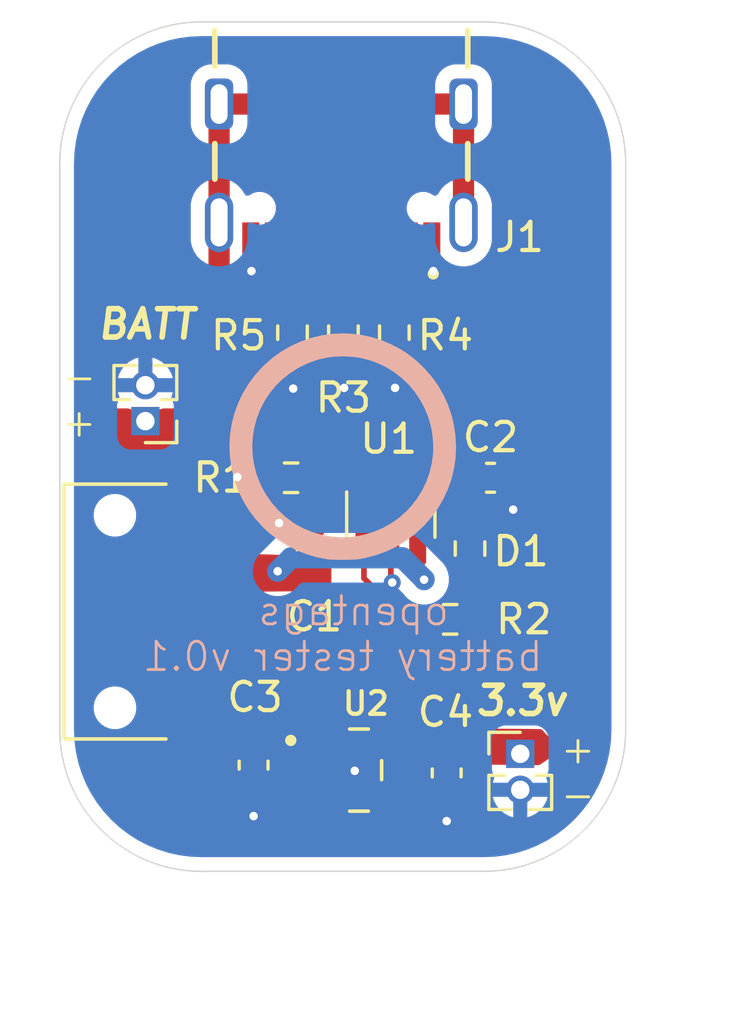
<source format=kicad_pcb>
(kicad_pcb (version 20240108) (generator "pcbnew") (generator_version "8.0")
  (layers (0 "F.Cu" signal) (31 "B.Cu" signal) (34 "B.Paste" user) (35 "F.Paste" user) (36 "B.SilkS" user "B.Silkscreen") (37 "F.SilkS" user "F.Silkscreen") (38 "B.Mask" user) (39 "F.Mask" user) (44 "Edge.Cuts" user))
  (net 0 "")
  (net 1 "GND")
  (net 2 "+5V")
  (net 3 "+BATT")
  (net 4 "+3.3V")
  (net 5 "Net-(D1-K)")
  (net 6 "Net-(J1-SHELL_GND-PadSH1)")
  (net 10 "Net-(J1-CC2)")
  (net 13 "Net-(J1-CC1)")
  (net 15 "Net-(U1-PROG)")
  (net 16 "/STAT")
  (net 17 "/BATT_CONN")
  (footprint "opentags_library:SW_JS102011SAQN" (layer "F.Cu") (at 141.95 110.825 -90)
    (property "Reference" "SW1" (hide yes))
    (property "Value" "SW_SPST")
    (fp_line (start -4.5 1.8) (end 4.5 1.8) (stroke (width 0.127)) (layer "F.SilkS"))
    (fp_line (start -4.5 -1.8) (end -4.5 1.8) (stroke (width 0.127)) (layer "F.SilkS"))
    (fp_line (start 4.5 -1.8) (end 4.5 1.8) (stroke (width 0.127)) (layer "F.SilkS"))
    (pad "" np_thru_hole circle (at -3.4 0 270) (size 1 1) (drill 1) (layers "*.Cu" "*.Mask"))
    (pad "" np_thru_hole circle (at 3.4 0 270) (size 1 1) (drill 1) (layers "*.Cu" "*.Mask"))
    (pad "1" smd rect (at -2.5 -2.75 270) (size 1.2 2.5) (layers "F.Cu" "F.Paste" "F.Mask") (net 17 "/BATT_CONN"))
    (pad "2" smd rect (at 0 -2.75 270) (size 1.2 2.5) (layers "F.Cu" "F.Paste" "F.Mask") (net 3 "+BATT"))
    (pad "3" smd rect (at 2.5 -2.75 270) (size 1.2 2.5) (layers "F.Cu" "F.Paste" "F.Mask"))
  )
  (footprint "Resistor_SMD:R_0603_1608Metric" (layer "F.Cu") (at 154.5 108.6 90)
    (property "Reference" "D1" (at -0.1 1.8 0) (layer "F.SilkS"))
    (property "Value" "LED")
    (fp_line (start -0.237258 -0.5225) (end 0.237258 -0.5225) (stroke (width 0.12)) (layer "F.SilkS"))
    (fp_line (start -0.237258 0.5225) (end 0.237258 0.5225) (stroke (width 0.12)) (layer "F.SilkS"))
    (pad "1" smd roundrect (at -0.825 0 90) (size 0.8 0.95) (layers "F.Cu" "F.Paste" "F.Mask") (net 5 "Net-(D1-K)"))
    (pad "2" smd roundrect (at 0.825 0 90) (size 0.8 0.95) (layers "F.Cu" "F.Paste" "F.Mask") (net 2 "+5V"))
  )
  (footprint "Resistor_SMD:R_0603_1608Metric" (layer "F.Cu") (at 148.225 100.975 -90)
    (property "Reference" "R5" (at 0.1 1.9 180) (layer "F.SilkS"))
    (property "Value" "100k")
    (fp_line (start -0.237258 0.5225) (end 0.237258 0.5225) (stroke (width 0.12)) (layer "F.SilkS"))
    (fp_line (start -0.237258 -0.5225) (end 0.237258 -0.5225) (stroke (width 0.12)) (layer "F.SilkS"))
    (pad "1" smd roundrect (at -0.825 0 270) (size 0.8 0.95) (layers "F.Cu" "F.Paste" "F.Mask") (net 6 "Net-(J1-SHELL_GND-PadSH1)"))
    (pad "2" smd roundrect (at 0.825 0 270) (size 0.8 0.95) (layers "F.Cu" "F.Paste" "F.Mask") (net 1 "GND"))
  )
  (footprint "opentags_library:SOT95P280X145-5N" (layer "F.Cu") (at 150.575 116.425)
    (property "Reference" "U2" (at 0.245 -2.35 0) (layer "F.SilkS") (effects (font (size 0.8 0.8))))
    (property "Value" "LP5907MFX-3.3_NOPB")
    (fp_line (start -0.33 -1.45) (end 0.33 -1.45) (stroke (width 0.127)) (layer "F.SilkS"))
    (fp_line (start 0.33 1.45) (end -0.33 1.45) (stroke (width 0.127)) (layer "F.SilkS"))
    (fp_line (start 0.8 -0.335) (end 0.8 0.335) (stroke (width 0.127)) (layer "F.SilkS"))
    (fp_circle (center -2.41 -1.05) (end -2.31 -1.05) (stroke (width 0.2)) (fill none) (layer "F.SilkS"))
    (pad "1" smd roundrect (at -1.255 -0.95) (size 1.21 0.59) (layers "F.Cu" "F.Paste" "F.Mask") (roundrect_rratio 0.15) (net 3 "+BATT"))
    (pad "2" smd roundrect (at -1.255 0) (size 1.21 0.59) (layers "F.Cu" "F.Paste" "F.Mask") (roundrect_rratio 0.15) (net 1 "GND"))
    (pad "3" smd roundrect (at -1.255 0.95) (size 1.21 0.59) (layers "F.Cu" "F.Paste" "F.Mask") (roundrect_rratio 0.15) (net 3 "+BATT"))
    (pad "4" smd roundrect (at 1.255 0.95) (size 1.21 0.59) (layers "F.Cu" "F.Paste" "F.Mask") (roundrect_rratio 0.15))
    (pad "5" smd roundrect (at 1.255 -0.95) (size 1.21 0.59) (layers "F.Cu" "F.Paste" "F.Mask") (roundrect_rratio 0.15) (net 4 "+3.3V"))
  )
  (footprint "Resistor_SMD:R_0603_1608Metric" (layer "F.Cu") (at 150.025 100.975 -90)
    (property "Reference" "R3" (at 2.3 0 180) (layer "F.SilkS"))
    (property "Value" "5k1")
    (fp_line (start -0.237258 0.5225) (end 0.237258 0.5225) (stroke (width 0.12)) (layer "F.SilkS"))
    (fp_line (start -0.237258 -0.5225) (end 0.237258 -0.5225) (stroke (width 0.12)) (layer "F.SilkS"))
    (pad "1" smd roundrect (at -0.825 0 270) (size 0.8 0.95) (layers "F.Cu" "F.Paste" "F.Mask") (net 10 "Net-(J1-CC2)"))
    (pad "2" smd roundrect (at 0.825 0 270) (size 0.8 0.95) (layers "F.Cu" "F.Paste" "F.Mask") (net 1 "GND"))
  )
  (footprint "Capacitor_SMD:C_0603_1608Metric" (layer "F.Cu") (at 148.9 108.5 90)
    (property "Reference" "C1" (at -2.5 0.1 0) (layer "F.SilkS"))
    (property "Value" "4.7u")
    (fp_line (start -0.14058 -0.51) (end 0.14058 -0.51) (stroke (width 0.12)) (layer "F.SilkS"))
    (fp_line (start -0.14058 0.51) (end 0.14058 0.51) (stroke (width 0.12)) (layer "F.SilkS"))
    (pad "1" smd roundrect (at -0.775 0 90) (size 0.9 0.95) (layers "F.Cu" "F.Paste" "F.Mask") (net 17 "/BATT_CONN"))
    (pad "2" smd roundrect (at 0.775 0 90) (size 0.9 0.95) (layers "F.Cu" "F.Paste" "F.Mask") (net 1 "GND"))
  )
  (footprint "Connector_PinHeader_1.27mm:PinHeader_1x02_P1.27mm_Vertical" (layer "F.Cu") (at 156.275 115.85)
    (property "Reference" "3.3v" (at 0.05 -1.875 0) (layer "F.SilkS") (effects (font (thickness 0.2) (bold yes) (italic yes))))
    (property "Value" "Conn_01x02_Socket")
    (fp_line (start -1.11 -0.76) (end 0 -0.76) (stroke (width 0.12)) (layer "F.SilkS"))
    (fp_line (start -1.11 0) (end -1.11 -0.76) (stroke (width 0.12)) (layer "F.SilkS"))
    (fp_line (start -1.11 0.76) (end -1.11 1.965) (stroke (width 0.12)) (layer "F.SilkS"))
    (fp_line (start -1.11 0.76) (end -0.563471 0.76) (stroke (width 0.12)) (layer "F.SilkS"))
    (fp_line (start -1.11 1.965) (end -0.30753 1.965) (stroke (width 0.12)) (layer "F.SilkS"))
    (fp_line (start 0.30753 1.965) (end 1.11 1.965) (stroke (width 0.12)) (layer "F.SilkS"))
    (fp_line (start 0.563471 0.76) (end 1.11 0.76) (stroke (width 0.12)) (layer "F.SilkS"))
    (fp_line (start 1.11 0.76) (end 1.11 1.965) (stroke (width 0.12)) (layer "F.SilkS"))
    (pad "1" thru_hole rect (at 0 0) (size 1 1) (drill 0.65) (layers "*.Cu" "*.Mask") (net 4 "+3.3V"))
    (pad "2" thru_hole oval (at 0 1.27) (size 1 1) (drill 0.65) (layers "*.Cu" "*.Mask") (net 1 "GND"))
  )
  (footprint "Capacitor_SMD:C_0603_1608Metric" (layer "F.Cu") (at 155.225 106.1)
    (property "Reference" "C2" (at 0 -1.43 0) (layer "F.SilkS"))
    (property "Value" "4.7u")
    (fp_line (start -0.14058 -0.51) (end 0.14058 -0.51) (stroke (width 0.12)) (layer "F.SilkS"))
    (fp_line (start -0.14058 0.51) (end 0.14058 0.51) (stroke (width 0.12)) (layer "F.SilkS"))
    (pad "1" smd roundrect (at -0.775 0) (size 0.9 0.95) (layers "F.Cu" "F.Paste" "F.Mask") (net 2 "+5V"))
    (pad "2" smd roundrect (at 0.775 0) (size 0.9 0.95) (layers "F.Cu" "F.Paste" "F.Mask") (net 1 "GND"))
  )
  (footprint "opentags_library:GCT_USB4105-GF-A" (layer "F.Cu") (at 149.95 92.9 180)
    (property "Reference" "J1" (at -6.3 -4.7 180) (layer "F.SilkS"))
    (property "Value" "USB4105-GF-A")
    (fp_line (start 4.47 2.6) (end 4.47 1.32) (stroke (width 0.2)) (layer "F.SilkS"))
    (fp_line (start 4.47 -2.65) (end 4.47 -1.4) (stroke (width 0.2)) (layer "F.SilkS"))
    (fp_line (start -4.47 1.32) (end -4.47 2.6) (stroke (width 0.2)) (layer "F.SilkS"))
    (fp_line (start -4.47 -2.65) (end -4.47 -1.4) (stroke (width 0.2)) (layer "F.SilkS"))
    (fp_circle (center -3.25 -6) (end -3.15 -6) (stroke (width 0.2)) (fill none) (layer "F.SilkS"))
    (pad "" np_thru_hole circle (at -2.89 -3.68 180) (size 0.65 0.65) (drill 0.65) (layers "*.Cu" "*.Mask"))
    (pad "" np_thru_hole circle (at 2.89 -3.68 180) (size 0.65 0.65) (drill 0.65) (layers "*.Cu" "*.Mask"))
    (pad "A1_B12" smd rect (at -3.2 -4.755 180) (size 0.6 1.15) (layers "F.Cu" "F.Paste" "F.Mask") (net 1 "GND"))
    (pad "A4_B9" smd rect (at -2.4 -4.755 180) (size 0.6 1.15) (layers "F.Cu" "F.Paste" "F.Mask") (net 2 "+5V"))
    (pad "A5" smd rect (at -1.25 -4.755 180) (size 0.3 1.15) (layers "F.Cu" "F.Paste" "F.Mask") (net 13 "Net-(J1-CC1)"))
    (pad "A6" smd rect (at -0.25 -4.755 180) (size 0.3 1.15) (layers "F.Cu" "F.Paste" "F.Mask"))
    (pad "A7" smd rect (at 0.25 -4.755 180) (size 0.3 1.15) (layers "F.Cu" "F.Paste" "F.Mask"))
    (pad "A8" smd rect (at 1.25 -4.755 180) (size 0.3 1.15) (layers "F.Cu" "F.Paste" "F.Mask"))
    (pad "B1_A12" smd rect (at 3.2 -4.755 180) (size 0.6 1.15) (layers "F.Cu" "F.Paste" "F.Mask") (net 1 "GND"))
    (pad "B4_A9" smd rect (at 2.4 -4.755 180) (size 0.6 1.15) (layers "F.Cu" "F.Paste" "F.Mask") (net 2 "+5V"))
    (pad "B5" smd rect (at 1.75 -4.755 180) (size 0.3 1.15) (layers "F.Cu" "F.Paste" "F.Mask") (net 10 "Net-(J1-CC2)"))
    (pad "B6" smd rect (at 0.75 -4.755 180) (size 0.3 1.15) (layers "F.Cu" "F.Paste" "F.Mask"))
    (pad "B7" smd rect (at -0.75 -4.755 180) (size 0.3 1.15) (layers "F.Cu" "F.Paste" "F.Mask"))
    (pad "B8" smd rect (at -1.75 -4.755 180) (size 0.3 1.15) (layers "F.Cu" "F.Paste" "F.Mask"))
    (pad "SH1" thru_hole oval (at -4.32 -4.18 180) (size 1 2.1) (drill oval 0.6 1.7) (layers "*.Cu" "*.Mask") (net 6 "Net-(J1-SHELL_GND-PadSH1)"))
    (pad "SH2" thru_hole oval (at 4.32 -4.18 180) (size 1 2.1) (drill oval 0.6 1.7) (layers "*.Cu" "*.Mask") (net 6 "Net-(J1-SHELL_GND-PadSH1)"))
    (pad "SH3" thru_hole roundrect (at -4.32 0 180) (size 1 1.8) (drill oval 0.6 1.4) (layers "*.Cu" "*.Mask") (net 6 "Net-(J1-SHELL_GND-PadSH1)"))
    (pad "SH4" thru_hole roundrect (at 4.32 0 180) (size 1 1.8) (drill oval 0.6 1.4) (layers "*.Cu" "*.Mask") (net 6 "Net-(J1-SHELL_GND-PadSH1)"))
  )
  (footprint "LOGO" (layer "F.Cu") (at 150 105)
    (property "Reference" "G***" (hide yes))
    (property "Value" "LOGO" (hide yes))
    (fp_poly (pts (xy 0.286502 -3.990584) (xy 0.661748 -3.946293) (xy 1.018418 -3.870631) (xy 1.363613 -3.761682) (xy 1.704436 -3.61753) (xy 1.748692 -3.596154) (xy 2.013845 -3.456636) (xy 2.251881 -3.309477) (xy 2.47289 -3.147294) (xy 2.686966 -2.962704) (xy 2.895914 -2.75695) (xy 3.155124 -2.460023) (xy 3.381631 -2.142435) (xy 3.574511 -1.805951) (xy 3.73284 -1.452337) (xy 3.855694 -1.083357) (xy 3.925253 -0.791308) (xy 3.984887 -0.394414) (xy 4.006176 -0.000728) (xy 3.989706 0.387809) (xy 3.936062 0.769255) (xy 3.845828 1.141668) (xy 3.719589 1.503107) (xy 3.557931 1.851629) (xy 3.361438 2.185294) (xy 3.130696 2.502158) (xy 2.866288 2.80028) (xy 2.833211 2.833815) (xy 2.540279 3.100957) (xy 2.227629 3.334573) (xy 1.894814 3.534905) (xy 1.541385 3.702191) (xy 1.166897 3.836671) (xy 0.771769 3.938403) (xy 0.683604 3.95627) (xy 0.605692 3.969849) (xy 0.529965 3.979815) (xy 0.448355 3.986844) (xy 0.352796 3.991611) (xy 0.235218 3.994792) (xy 0.087554 3.997062) (xy 0.068384 3.997294) (xy -0.069027 3.998086) (xy -0.201247 3.997307) (xy -0.320568 3.995119) (xy -0.419284 3.991685) (xy -0.489685 3.987168) (xy -0.508 3.98512) (xy -0.895682 3.912459) (xy -1.272829 3.803532) (xy -1.63653 3.659783) (xy -1.983874 3.482656) (xy -2.311952 3.273594) (xy -2.617853 3.034041) (xy -2.835563 2.830614) (xy -3.103886 2.533064) (xy -3.338229 2.216416) (xy -3.538147 1.881628) (xy -3.703196 1.529657) (xy -3.832933 1.161462) (xy -3.926914 0.778002) (xy -3.984695 0.380233) (xy -3.988269 0.341923) (xy -4.003272 -0.034564) (xy -3.196022 -0.034564) (xy -3.181834 0.302089) (xy -3.131393 0.640181) (xy -3.043601 0.977207) (xy -3.015633 1.061163) (xy -2.8843 1.379747) (xy -2.718469 1.68281) (xy -2.520725 1.967146) (xy -2.293656 2.229546) (xy -2.03985 2.466804) (xy -1.761893 2.675714) (xy -1.660769 2.740687) (xy -1.372996 2.895775) (xy -1.064895 3.020718) (xy -0.742411 3.114277) (xy -0.411491 3.175213) (xy -0.078079 3.202288) (xy 0.25188 3.194262) (xy 0.424404 3.1752) (xy 0.773666 3.106843) (xy 1.10911 3.003703) (xy 1.428187 2.867142) (xy 1.728348 2.698519) (xy 2.007045 2.499194) (xy 2.261729 2.270527) (xy 2.401856 2.119921) (xy 2.624404 1.835437) (xy 2.811076 1.535487) (xy 2.961807 1.22022) (xy 3.07653 0.889788) (xy 3.155181 0.544341) (xy 3.188026 0.300944) (xy 3.198535 0.106099) (xy 3.195135 -0.109944) (xy 3.17878 -0.332241) (xy 3.150423 -0.545851) (xy 3.125761 -0.674077) (xy 3.031128 -1.014183) (xy 2.902321 -1.337969) (xy 2.741173 -1.643218) (xy 2.549519 -1.927712) (xy 2.32919 -2.189237) (xy 2.082021 -2.425574) (xy 1.809846 -2.634508) (xy 1.514497 -2.813821) (xy 1.252549 -2.938789) (xy 0.960775 -3.047028) (xy 0.670917 -3.12316) (xy 0.373163 -3.16913) (xy 0.057702 -3.186884) (xy 0 -3.187236) (xy -0.297069 -3.176164) (xy -0.572518 -3.141887) (xy -0.837773 -3.082058) (xy -1.104259 -2.994334) (xy -1.272614 -2.925986) (xy -1.58492 -2.77057) (xy -1.873022 -2.586148) (xy -2.135826 -2.375226) (xy -2.372234 -2.140309) (xy -2.581153 -1.883905) (xy -2.761486 -1.608518) (xy -2.912138 -1.316655) (xy -3.032013 -1.010822) (xy -3.120015 -0.693525) (xy -3.17505 -0.36727) (xy -3.196022 -0.034564) (xy -4.003272 -0.034564) (xy -4.003888 -0.050016) (xy -3.981334 -0.437198) (xy -3.921425 -0.817466) (xy -3.824978 -1.188666) (xy -3.692811 -1.548643) (xy -3.52574 -1.895242) (xy -3.324585 -2.226307) (xy -3.090161 -2.539683) (xy -2.823287 -2.833215) (xy -2.760665 -2.894566) (xy -2.470136 -3.146689) (xy -2.156825 -3.3686) (xy -1.823924 -3.559152) (xy -1.474624 -3.717196) (xy -1.112117 -3.841585) (xy -0.739596 -3.93117) (xy -0.360252 -3.984804) (xy 0.022722 -4.001338)) (fill solid) (layer "B.SilkS"))
  )
  (footprint "Resistor_SMD:R_0603_1608Metric" (layer "F.Cu") (at 153.8 111.1 180)
    (property "Reference" "R2" (at -2.6 0 180) (layer "F.SilkS"))
    (property "Value" "470")
    (fp_line (start -0.237258 0.5225) (end 0.237258 0.5225) (stroke (width 0.12)) (layer "F.SilkS"))
    (fp_line (start -0.237258 -0.5225) (end 0.237258 -0.5225) (stroke (width 0.12)) (layer "F.SilkS"))
    (pad "1" smd roundrect (at -0.825 0 180) (size 0.8 0.95) (layers "F.Cu" "F.Paste" "F.Mask") (net 5 "Net-(D1-K)"))
    (pad "2" smd roundrect (at 0.825 0 180) (size 0.8 0.95) (layers "F.Cu" "F.Paste" "F.Mask") (net 16 "/STAT"))
  )
  (footprint "Package_TO_SOT_SMD:SOT-23-5" (layer "F.Cu") (at 151.7 107.4 90)
    (property "Reference" "U1" (at 2.675 -0.075 0) (layer "F.SilkS"))
    (property "Value" "MCP73831-5-OT")
    (fp_line (start 0 -1.56) (end 0.8 -1.56) (stroke (width 0.12)) (layer "F.SilkS"))
    (fp_line (start 0 -1.56) (end -0.8 -1.56) (stroke (width 0.12)) (layer "F.SilkS"))
    (fp_line (start 0 1.56) (end 0.8 1.56) (stroke (width 0.12)) (layer "F.SilkS"))
    (fp_line (start 0 1.56) (end -0.8 1.56) (stroke (width 0.12)) (layer "F.SilkS"))
    (fp_poly (pts (xy -1.3 -1.51) (xy -1.54 -1.84) (xy -1.06 -1.84) (xy -1.3 -1.51)) (stroke (width 0.12)) (fill solid) (layer "F.SilkS"))
    (pad "1" smd roundrect (at -1.1375 -0.95 90) (size 1.325 0.6) (layers "F.Cu" "F.Paste" "F.Mask") (net 16 "/STAT"))
    (pad "2" smd roundrect (at -1.1375 0 90) (size 1.325 0.6) (layers "F.Cu" "F.Paste" "F.Mask") (net 1 "GND"))
    (pad "3" smd roundrect (at -1.1375 0.95 90) (size 1.325 0.6) (layers "F.Cu" "F.Paste" "F.Mask") (net 17 "/BATT_CONN"))
    (pad "4" smd roundrect (at 1.1375 0.95 90) (size 1.325 0.6) (layers "F.Cu" "F.Paste" "F.Mask") (net 2 "+5V"))
    (pad "5" smd roundrect (at 1.1375 -0.95 90) (size 1.325 0.6) (layers "F.Cu" "F.Paste" "F.Mask") (net 15 "Net-(U1-PROG)"))
  )
  (footprint "Resistor_SMD:R_0603_1608Metric" (layer "F.Cu") (at 148.175 106.1 180)
    (property "Reference" "R1" (at 2.475 0 180) (layer "F.SilkS"))
    (property "Value" "2k")
    (fp_line (start -0.237258 0.5225) (end 0.237258 0.5225) (stroke (width 0.12)) (layer "F.SilkS"))
    (fp_line (start -0.237258 -0.5225) (end 0.237258 -0.5225) (stroke (width 0.12)) (layer "F.SilkS"))
    (pad "1" smd roundrect (at -0.825 0 180) (size 0.8 0.95) (layers "F.Cu" "F.Paste" "F.Mask") (net 15 "Net-(U1-PROG)"))
    (pad "2" smd roundrect (at 0.825 0 180) (size 0.8 0.95) (layers "F.Cu" "F.Paste" "F.Mask") (net 1 "GND"))
  )
  (footprint "Resistor_SMD:R_0603_1608Metric" (layer "F.Cu") (at 151.825 100.975 -90)
    (property "Reference" "R4" (at 0.1 -1.8 180) (layer "F.SilkS"))
    (property "Value" "5k1")
    (fp_line (start -0.237258 0.5225) (end 0.237258 0.5225) (stroke (width 0.12)) (layer "F.SilkS"))
    (fp_line (start -0.237258 -0.5225) (end 0.237258 -0.5225) (stroke (width 0.12)) (layer "F.SilkS"))
    (pad "1" smd roundrect (at -0.825 0 270) (size 0.8 0.95) (layers "F.Cu" "F.Paste" "F.Mask") (net 13 "Net-(J1-CC1)"))
    (pad "2" smd roundrect (at 0.825 0 270) (size 0.8 0.95) (layers "F.Cu" "F.Paste" "F.Mask") (net 1 "GND"))
  )
  (footprint "Capacitor_SMD:C_0603_1608Metric" (layer "F.Cu") (at 153.675 116.525 -90)
    (property "Reference" "C4" (at -2.15 0.045 180) (layer "F.SilkS"))
    (property "Value" "1u")
    (fp_line (start -0.14058 0.51) (end 0.14058 0.51) (stroke (width 0.12)) (layer "F.SilkS"))
    (fp_line (start -0.14058 -0.51) (end 0.14058 -0.51) (stroke (width 0.12)) (layer "F.SilkS"))
    (pad "1" smd roundrect (at -0.775 0 270) (size 0.9 0.95) (layers "F.Cu" "F.Paste" "F.Mask") (net 4 "+3.3V"))
    (pad "2" smd roundrect (at 0.775 0 270) (size 0.9 0.95) (layers "F.Cu" "F.Paste" "F.Mask") (net 1 "GND"))
  )
  (footprint "Connector_PinHeader_1.27mm:PinHeader_1x02_P1.27mm_Vertical" (layer "F.Cu") (at 143.025 104.1 180)
    (property "Reference" "BATT" (at -0.05 3.425 180) (layer "F.SilkS") (effects (font (thickness 0.2) (bold yes) (italic yes))))
    (property "Value" "Battery_Cell")
    (fp_line (start 1.11 0.76) (end 1.11 1.965) (stroke (width 0.12)) (layer "F.SilkS"))
    (fp_line (start 0.563471 0.76) (end 1.11 0.76) (stroke (width 0.12)) (layer "F.SilkS"))
    (fp_line (start 0.30753 1.965) (end 1.11 1.965) (stroke (width 0.12)) (layer "F.SilkS"))
    (fp_line (start -1.11 1.965) (end -0.30753 1.965) (stroke (width 0.12)) (layer "F.SilkS"))
    (fp_line (start -1.11 0.76) (end -0.563471 0.76) (stroke (width 0.12)) (layer "F.SilkS"))
    (fp_line (start -1.11 0.76) (end -1.11 1.965) (stroke (width 0.12)) (layer "F.SilkS"))
    (fp_line (start -1.11 0) (end -1.11 -0.76) (stroke (width 0.12)) (layer "F.SilkS"))
    (fp_line (start -1.11 -0.76) (end 0 -0.76) (stroke (width 0.12)) (layer "F.SilkS"))
    (pad "1" thru_hole rect (at 0 0 180) (size 1 1) (drill 0.65) (layers "*.Cu" "*.Mask") (net 17 "/BATT_CONN"))
    (pad "2" thru_hole oval (at 0 1.27 180) (size 1 1) (drill 0.65) (layers "*.Cu" "*.Mask") (net 1 "GND"))
  )
  (footprint "Capacitor_SMD:C_0603_1608Metric" (layer "F.Cu") (at 146.85 116.25 -90)
    (property "Reference" "C3" (at -2.4 -0.05 180) (layer "F.SilkS"))
    (property "Value" "1u")
    (fp_line (start -0.14058 0.51) (end 0.14058 0.51) (stroke (width 0.12)) (layer "F.SilkS"))
    (fp_line (start -0.14058 -0.51) (end 0.14058 -0.51) (stroke (width 0.12)) (layer "F.SilkS"))
    (pad "1" smd roundrect (at -0.775 0 270) (size 0.9 0.95) (layers "F.Cu" "F.Paste" "F.Mask") (net 3 "+BATT"))
    (pad "2" smd roundrect (at 0.775 0 270) (size 0.9 0.95) (layers "F.Cu" "F.Paste" "F.Mask") (net 1 "GND"))
  )
  (gr_line (start 155 120) (end 145 120) (stroke (width 0.05)) (layer "Edge.Cuts"))
  (gr_arc (start 155 90) (mid 158.535534 91.464466) (end 160 95) (stroke (width 0.05)) (layer "Edge.Cuts"))
  (gr_line (start 145 90) (end 155 90) (stroke (width 0.05)) (layer "Edge.Cuts"))
  (gr_line (start 140 95) (end 140 115) (stroke (width 0.05)) (layer "Edge.Cuts"))
  (gr_arc (start 145 120) (mid 141.464466 118.535534) (end 140 115) (stroke (width 0.05)) (layer "Edge.Cuts"))
  (gr_arc (start 160 115) (mid 158.535534 118.535534) (end 155 120) (stroke (width 0.05)) (layer "Edge.Cuts"))
  (gr_line (start 160 95) (end 160 115) (stroke (width 0.05)) (layer "Edge.Cuts"))
  (gr_arc (start 140 95) (mid 141.464466 91.464466) (end 145 90) (stroke (width 0.05)) (layer "Edge.Cuts"))
  (gr_text "opentags \nbattery tester v0.1" (at 150 113 0) (layer "B.SilkS") (effects (font (size 1 1) (thickness 0.1)) (justify bottom mirror)))
  (gr_text "-\n+\n" (at 140 104.725 0) (layer "F.SilkS") (effects (font (size 1 1) (thickness 0.1)) (justify left bottom)))
  (gr_text "-\n+\n" (at 159 115.25 180) (layer "F.SilkS") (effects (font (size 1 1) (thickness 0.1)) (justify left bottom)))
  (segment (start 146.85 118.05) (end 146.85 117.025) (width 0.2) (layer "F.Cu") (net 1))
  (segment (start 149.32 116.425) (end 150.4 116.425) (width 0.2) (layer "F.Cu") (net 1))
  (segment (start 150.025 101.8) (end 150.025 102.9) (width 0.2) (layer "F.Cu") (net 1))
  (segment (start 146.3 106.1) (end 146.275 106.075) (width 0.2) (layer "F.Cu") (net 1))
  (segment (start 153.675 117.3) (end 153.675 118.225) (width 0.2) (layer "F.Cu") (net 1))
  (segment (start 150.4 116.425) (end 150.425 116.45) (width 0.2) (layer "F.Cu") (net 1))
  (segment (start 156 106.1) (end 156 107.2) (width 0.2) (layer "F.Cu") (net 1))
  (segment (start 148.9 107.725) (end 147.775 107.725) (width 0.2) (layer "F.Cu") (net 1))
  (segment (start 151.7 109.75) (end 151.75 109.8) (width 0.2) (layer "F.Cu") (net 1))
  (segment (start 148.225 102.925) (end 148.25 102.95) (width 0.2) (layer "F.Cu") (net 1))
  (segment (start 153.15 98.75) (end 153.2 98.8) (width 0.2) (layer "F.Cu") (net 1))
  (segment (start 151.825 102.9) (end 151.825 101.8) (width 0.2) (layer "F.Cu") (net 1))
  (segment (start 151.85 102.925) (end 151.825 102.9) (width 0.2) (layer "F.Cu") (net 1))
  (segment (start 146.75 98.775) (end 146.775 98.8) (width 0.2) (layer "F.Cu") (net 1))
  (segment (start 147.775 107.725) (end 147.75 107.7) (width 0.2) (layer "F.Cu") (net 1))
  (segment (start 151.7 108.5375) (end 151.7 109.75) (width 0.2) (layer "F.Cu") (net 1))
  (segment (start 147.35 106.1) (end 146.3 106.1) (width 0.2) (layer "F.Cu") (net 1))
  (segment (start 148.225 101.8) (end 148.225 102.925) (width 0.2) (layer "F.Cu") (net 1))
  (segment (start 156 107.2) (end 156.025 107.225) (width 0.2) (layer "F.Cu") (net 1))
  (segment (start 153.15 97.655) (end 153.15 98.75) (width 0.2) (layer "F.Cu") (net 1))
  (segment (start 146.75 97.655) (end 146.75 98.775) (width 0.2) (layer "F.Cu") (net 1))
  (segment (start 150.025 102.9) (end 150.05 102.925) (width 0.2) (layer "F.Cu") (net 1))
  (via (at 151.85 102.925) (size 0.6) (drill 0.3) (layers "F.Cu" "B.Cu") (net 1))
  (via (at 147.75 107.7) (size 0.6) (drill 0.3) (layers "F.Cu" "B.Cu") (net 1))
  (via (at 151.75 109.8) (size 0.6) (drill 0.3) (layers "F.Cu" "B.Cu") (net 1))
  (via (at 150.05 102.925) (size 0.6) (drill 0.3) (layers "F.Cu" "B.Cu") (net 1))
  (via (at 146.775 98.8) (size 0.6) (drill 0.3) (layers "F.Cu" "B.Cu") (net 1))
  (via (at 156.025 107.225) (size 0.6) (drill 0.3) (layers "F.Cu" "B.Cu") (net 1))
  (via (at 153.2 98.8) (size 0.6) (drill 0.3) (layers "F.Cu" "B.Cu") (net 1))
  (via (at 146.85 118.05) (size 0.6) (drill 0.3) (layers "F.Cu" "B.Cu") (net 1))
  (via (at 153.675 118.225) (size 0.6) (drill 0.3) (layers "F.Cu" "B.Cu") (net 1))
  (via (at 146.275 106.075) (size 0.6) (drill 0.3) (layers "F.Cu" "B.Cu") (net 1))
  (via (at 148.25 102.95) (size 0.6) (drill 0.3) (layers "F.Cu" "B.Cu") (net 1))
  (via (at 150.425 116.45) (size 0.6) (drill 0.3) (layers "F.Cu" "B.Cu") (net 1))
  (segment (start 147.55 97.655) (end 147.75 97.455) (width 0.2) (layer "F.Cu") (net 2))
  (segment (start 152.145 96.775) (end 152.15 96.78) (width 0.2) (layer "F.Cu") (net 2))
  (segment (start 152.65 99.787352) (end 152.65 106.2625) (width 0.2) (layer "F.Cu") (net 2))
  (segment (start 152.35 97.655) (end 152.35 99.487352) (width 0.2) (layer "F.Cu") (net 2))
  (segment (start 147.75 97.455) (end 147.75 96.78) (width 0.2) (layer "F.Cu") (net 2))
  (segment (start 147.75 96.78) (end 147.755 96.775) (width 0.2) (layer "F.Cu") (net 2))
  (segment (start 147.755 96.775) (end 152.145 96.775) (width 0.2) (layer "F.Cu") (net 2))
  (segment (start 152.35 99.487352) (end 152.65 99.787352) (width 0.2) (layer "F.Cu") (net 2))
  (segment (start 152.15 96.78) (end 152.15 97.455) (width 0.2) (layer "F.Cu") (net 2))
  (segment (start 152.15 97.455) (end 152.35 97.655) (width 0.2) (layer "F.Cu") (net 2))
  (segment (start 146.85 115.475) (end 147.375 115.475) (width 0.75) (layer "F.Cu") (net 3))
  (segment (start 148.14 116.24) (end 148.14 116.908784) (width 0.75) (layer "F.Cu") (net 3))
  (segment (start 148.606216 117.375) (end 149.32 117.375) (width 0.75) (layer "F.Cu") (net 3))
  (segment (start 148.14 116.908784) (end 148.606216 117.375) (width 0.75) (layer "F.Cu") (net 3))
  (segment (start 147.375 115.475) (end 148.14 116.24) (width 0.75) (layer "F.Cu") (net 3))
  (segment (start 154.5 110.975) (end 154.625 111.1) (width 0.2) (layer "F.Cu") (net 5))
  (segment (start 154.5 109.425) (end 154.5 110.975) (width 0.2) (layer "F.Cu") (net 5))
  (segment (start 145.63 97.08) (end 145.63 98.892437) (width 0.75) (layer "F.Cu") (net 6))
  (segment (start 154.27 92.9) (end 145.63 92.9) (width 0.75) (layer "F.Cu") (net 6))
  (segment (start 145.63 97.08) (end 145.63 92.9) (width 0.75) (layer "F.Cu") (net 6))
  (segment (start 154.27 97.08) (end 154.27 92.9) (width 0.75) (layer "F.Cu") (net 6))
  (segment (start 146.887563 100.15) (end 148.225 100.15) (width 0.75) (layer "F.Cu") (net 6))
  (segment (start 145.63 98.892437) (end 146.887563 100.15) (width 0.75) (layer "F.Cu") (net 6))
  (segment (start 148.2 97.655) (end 148.2 98.48) (width 0.2) (layer "F.Cu") (net 10))
  (segment (start 149.87 100.15) (end 150.025 100.15) (width 0.2) (layer "F.Cu") (net 10))
  (segment (start 148.2 98.48) (end 149.87 100.15) (width 0.2) (layer "F.Cu") (net 10))
  (segment (start 151.2 97.655) (end 151.2 99.525) (width 0.2) (layer "F.Cu") (net 13))
  (segment (start 151.2 99.525) (end 151.825 100.15) (width 0.2) (layer "F.Cu") (net 13))
  (segment (start 149 106.1) (end 150.5875 106.1) (width 0.2) (layer "F.Cu") (net 15))
  (segment (start 150.5875 106.1) (end 150.75 106.2625) (width 0.2) (layer "F.Cu") (net 15))
  (segment (start 150.75 108.5375) (end 150.75 109.648529) (width 0.2) (layer "F.Cu") (net 16))
  (segment (start 150.75 109.648529) (end 152.201471 111.1) (width 0.2) (layer "F.Cu") (net 16))
  (segment (start 152.201471 111.1) (end 152.975 111.1) (width 0.2) (layer "F.Cu") (net 16))
  (segment (start 152.65 109.475) (end 152.875 109.7) (width 0.2) (layer "F.Cu") (net 17))
  (segment (start 152.65 108.5375) (end 152.65 109.475) (width 0.2) (layer "F.Cu") (net 17))
  (via (at 152.875 109.7) (size 0.6) (drill 0.3) (layers "F.Cu" "B.Cu") (net 17))
  (via (at 147.7 109.4) (size 0.6) (drill 0.3) (layers "F.Cu" "B.Cu") (net 17))
  (segment (start 152.875 109.687563) (end 152.112437 108.925) (width 0.75) (layer "B.Cu") (net 17))
  (segment (start 148.175 108.925) (end 147.7 109.4) (width 0.75) (layer "B.Cu") (net 17))
  (segment (start 152.112437 108.925) (end 148.175 108.925) (width 0.75) (layer "B.Cu") (net 17))
  (segment (start 152.875 109.7) (end 152.875 109.687563) (width 0.75) (layer "B.Cu") (net 17))
  (zone (net 4) (net_name "+3.3V") (layer "F.Cu") (priority 3) (connect_pads yes (clearance 0.5)) (min_thickness 0.25) (fill yes (thermal_gap 0.5) (thermal_bridge_width 0.5))
    (polygon (pts (xy 151.325 114.925) (xy 150.975 115.275) (xy 150.975 115.75) (xy 151.35 116.2) (xy 156.95 116.25) (xy 157.325 116) (xy 157.325 115.3) (xy 157.025 114.975)))
  )
  (zone (net 3) (net_name "+BATT") (layer "F.Cu") (priority 2) (connect_pads yes (clearance 0.5)) (min_thickness 0.25) (fill yes (thermal_gap 0.5) (thermal_bridge_width 0.5))
    (polygon (pts (xy 143.15 110.35) (xy 143.475 110.025) (xy 145.725 110) (xy 146.05 110.35) (xy 146.05 111.5) (xy 150.15 114.825) (xy 150.15 115.6) (xy 150 115.825) (xy 148.325 115.825) (xy 148 116.2) (xy 146.65 116.2) (xy 146.325 115.875) (xy 146.325 112.6) (xy 145.3 111.725) (xy 143.425 111.725) (xy 143.075 111.35)))
  )
  (zone (net 17) (net_name "/BATT_CONN") (layer "F.Cu") (priority 1) (connect_pads yes (clearance 0.5)) (min_thickness 0.25) (fill yes (thermal_gap 0.5) (thermal_bridge_width 0.5))
    (polygon (pts (xy 141.85 103.65) (xy 144.25 103.65) (xy 147.05 108.8) (xy 149.475 108.875) (xy 149.6 109.075) (xy 149.6 109.875) (xy 149.5 110.1) (xy 146.65 110.125) (xy 145.825 109.725) (xy 142.95 109.625) (xy 142.625 109.225) (xy 142.6 105.975) (xy 141.75 105.225) (xy 141.725 104.15)))
  )
  (zone (net 2) (net_name "+5V") (layer "F.Cu") (priority 4) (connect_pads yes (clearance 0.5)) (min_thickness 0.25) (fill yes (thermal_gap 0.5) (thermal_bridge_width 0.5))
    (polygon (pts (xy 152.625 105.5) (xy 152.1 105.9) (xy 152.1 107.375) (xy 152.475 107.65) (xy 154.975 107.65) (xy 155.2 107.375) (xy 155.175 105.85) (xy 154.7 105.45)))
  )
  (zone (net 1) (net_name "GND") (layer "B.Cu") (connect_pads (clearance 0.5)) (min_thickness 0.25) (fill yes (thermal_gap 0.5) (thermal_bridge_width 0.5))
    (polygon (pts (xy 139.35 89.275) (xy 160.725 89.225) (xy 160.625 120.975) (xy 139.15 120.9)))
  )
)
</source>
